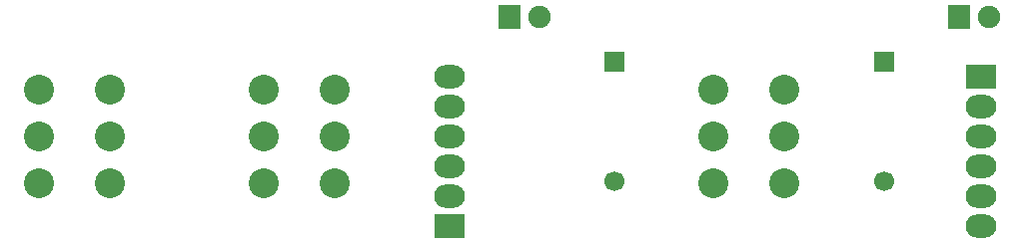
<source format=gbr>
G04 #@! TF.GenerationSoftware,KiCad,Pcbnew,(5.1.6-0-10_14)*
G04 #@! TF.CreationDate,2020-11-10T23:17:56+01:00*
G04 #@! TF.ProjectId,Switch Board,53776974-6368-4204-926f-6172642e6b69,1.0*
G04 #@! TF.SameCoordinates,Original*
G04 #@! TF.FileFunction,Copper,L1,Top*
G04 #@! TF.FilePolarity,Positive*
%FSLAX46Y46*%
G04 Gerber Fmt 4.6, Leading zero omitted, Abs format (unit mm)*
G04 Created by KiCad (PCBNEW (5.1.6-0-10_14)) date 2020-11-10 23:17:56*
%MOMM*%
%LPD*%
G01*
G04 APERTURE LIST*
G04 #@! TA.AperFunction,ComponentPad*
%ADD10O,2.600000X2.000000*%
G04 #@! TD*
G04 #@! TA.AperFunction,ComponentPad*
%ADD11R,2.600000X2.000000*%
G04 #@! TD*
G04 #@! TA.AperFunction,ComponentPad*
%ADD12R,1.900000X2.000000*%
G04 #@! TD*
G04 #@! TA.AperFunction,ComponentPad*
%ADD13C,1.900000*%
G04 #@! TD*
G04 #@! TA.AperFunction,ComponentPad*
%ADD14C,1.699260*%
G04 #@! TD*
G04 #@! TA.AperFunction,ComponentPad*
%ADD15R,1.699260X1.699260*%
G04 #@! TD*
G04 #@! TA.AperFunction,ComponentPad*
%ADD16C,2.540000*%
G04 #@! TD*
G04 APERTURE END LIST*
D10*
X180975000Y-123190000D03*
X180975000Y-120650000D03*
X180975000Y-118110000D03*
X180975000Y-115570000D03*
X180975000Y-113030000D03*
D11*
X180975000Y-110490000D03*
D10*
X135890000Y-110490000D03*
X135890000Y-113030000D03*
X135890000Y-115570000D03*
X135890000Y-118110000D03*
X135890000Y-120650000D03*
D11*
X135890000Y-123190000D03*
D12*
X179070000Y-105410000D03*
D13*
X181610000Y-105410000D03*
D12*
X140970000Y-105410000D03*
D13*
X143510000Y-105410000D03*
D14*
X172720000Y-119380000D03*
D15*
X172720000Y-109220000D03*
D14*
X149867620Y-119381560D03*
D15*
X149867620Y-109221560D03*
D16*
X107137200Y-115570000D03*
X107137200Y-111582200D03*
X107137200Y-119557800D03*
X101142800Y-115570000D03*
X101142800Y-111582200D03*
X101142800Y-119557800D03*
X126187200Y-115570000D03*
X126187200Y-111582200D03*
X126187200Y-119557800D03*
X120192800Y-115570000D03*
X120192800Y-111582200D03*
X120192800Y-119557800D03*
X164287200Y-115570000D03*
X164287200Y-111582200D03*
X164287200Y-119557800D03*
X158292800Y-115570000D03*
X158292800Y-111582200D03*
X158292800Y-119557800D03*
M02*

</source>
